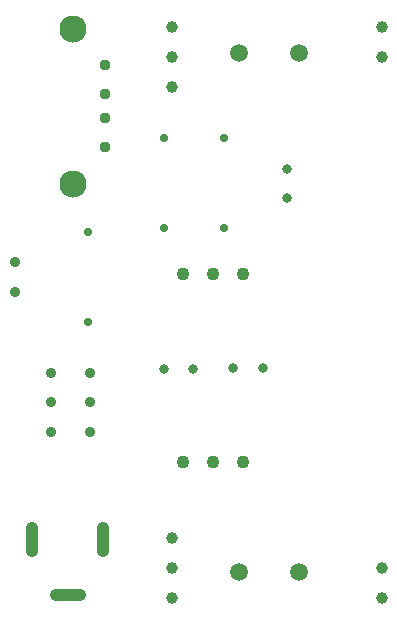
<source format=gbr>
%TF.GenerationSoftware,KiCad,Pcbnew,8.0.8*%
%TF.CreationDate,2025-01-22T22:17:39-04:00*%
%TF.ProjectId,Breadboard-3.3V-5V-power-supply,42726561-6462-46f6-9172-642d332e3356,1*%
%TF.SameCoordinates,Original*%
%TF.FileFunction,Plated,1,2,PTH,Mixed*%
%TF.FilePolarity,Positive*%
%FSLAX46Y46*%
G04 Gerber Fmt 4.6, Leading zero omitted, Abs format (unit mm)*
G04 Created by KiCad (PCBNEW 8.0.8) date 2025-01-22 22:17:39*
%MOMM*%
%LPD*%
G01*
G04 APERTURE LIST*
%TA.AperFunction,ComponentDrill*%
%ADD10C,0.700000*%
%TD*%
%TA.AperFunction,ComponentDrill*%
%ADD11C,0.800000*%
%TD*%
%TA.AperFunction,ComponentDrill*%
%ADD12C,0.900000*%
%TD*%
%TA.AperFunction,ComponentDrill*%
%ADD13C,0.950000*%
%TD*%
G04 aperture for slot hole*
%TA.AperFunction,ComponentDrill*%
%ADD14C,1.000000*%
%TD*%
%TA.AperFunction,ComponentDrill*%
%ADD15C,1.000000*%
%TD*%
%TA.AperFunction,ComponentDrill*%
%ADD16C,1.100000*%
%TD*%
%TA.AperFunction,ComponentDrill*%
%ADD17C,1.520000*%
%TD*%
%TA.AperFunction,ComponentDrill*%
%ADD18C,2.300000*%
%TD*%
G04 APERTURE END LIST*
D10*
%TO.C,R1*%
X141545400Y-91035400D03*
X141545400Y-98655400D03*
%TO.C,R2*%
X147985000Y-83034400D03*
X147985000Y-90654400D03*
%TO.C,R3*%
X153065000Y-83034400D03*
X153065000Y-90654400D03*
D11*
%TO.C,C1*%
X147923400Y-102617800D03*
X150423400Y-102617800D03*
%TO.C,C2*%
X153823400Y-102516200D03*
X156323400Y-102516200D03*
%TO.C,C3*%
X158348200Y-85650600D03*
X158348200Y-88150600D03*
D12*
%TO.C,D1*%
X135310400Y-93570400D03*
X135310400Y-96110400D03*
%TO.C,SW1*%
X138345400Y-102897200D03*
X138345400Y-105397200D03*
X138345400Y-107897200D03*
X141645400Y-102897200D03*
X141645400Y-105397200D03*
X141645400Y-107897200D03*
D13*
%TO.C,J1*%
X142926400Y-76840200D03*
X142926400Y-79340200D03*
X142926400Y-81340200D03*
X142926400Y-83840200D03*
D14*
%TO.C,J2*%
X136800600Y-118032600D02*
X136800600Y-116032600D01*
X140800600Y-121732600D02*
X138800600Y-121732600D01*
X142800600Y-118032600D02*
X142800600Y-116032600D01*
D15*
%TO.C,J3*%
X148620000Y-73636400D03*
X148620000Y-76176400D03*
X148620000Y-78716400D03*
%TO.C,J6*%
X148620000Y-116932600D03*
X148620000Y-119472600D03*
X148620000Y-122012600D03*
%TO.C,J4*%
X166400000Y-73636400D03*
X166400000Y-76176400D03*
%TO.C,J7*%
X166400000Y-119432600D03*
X166400000Y-121972600D03*
D16*
%TO.C,U1*%
X149585200Y-94540600D03*
%TO.C,U2*%
X149585200Y-110466400D03*
%TO.C,U1*%
X152125200Y-94540600D03*
%TO.C,U2*%
X152125200Y-110466400D03*
%TO.C,U1*%
X154665200Y-94540600D03*
%TO.C,U2*%
X154665200Y-110466400D03*
D17*
%TO.C,J5*%
X154335000Y-75836400D03*
%TO.C,J8*%
X154335000Y-119782600D03*
%TO.C,J5*%
X159415000Y-75836400D03*
%TO.C,J8*%
X159415000Y-119782600D03*
D18*
%TO.C,J1*%
X140216400Y-73770200D03*
X140216400Y-86910200D03*
M02*

</source>
